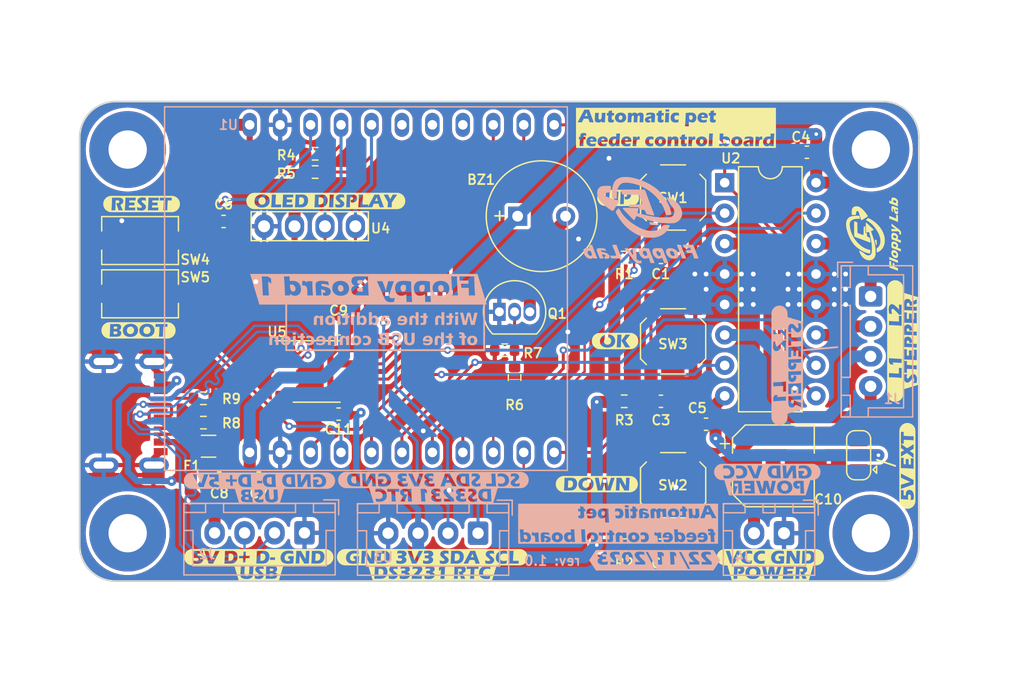
<source format=kicad_pcb>
(kicad_pcb (version 20221018) (generator pcbnew)
  (title_block (title "Pet auto feeder control board") (date "2023-11-22") (rev "1.0"))
  (layers (0 "F.Cu" signal) (31 "B.Cu" signal) (34 "B.Paste" user) (35 "F.Paste" user) (36 "B.SilkS" user "B.Silkscreen") (37 "F.SilkS" user "F.Silkscreen") (38 "B.Mask" user) (39 "F.Mask" user) (44 "Edge.Cuts" user))
  (net 0 "")
  (net 1 "+5V")
  (net 2 "/buzzer_-")
  (net 3 "/BUTTON_+")
  (net 4 "GND")
  (net 5 "/BUTTON_-")
  (net 6 "/BUTTON_OK")
  (net 7 "/L293D_Power")
  (net 8 "/RESET")
  (net 9 "+3.3V")
  (net 10 "VCC")
  (net 11 "/VUSB")
  (net 12 "/L1A")
  (net 13 "/L1B")
  (net 14 "/L2A")
  (net 15 "/L2B")
  (net 16 "/D-")
  (net 17 "/D+")
  (net 18 "Net-(Q1-B)")
  (net 19 "/SCL")
  (net 20 "/SDA")
  (net 21 "/BUZZER")
  (net 22 "Net-(J3-CC2)")
  (net 23 "Net-(J3-CC1)")
  (net 24 "/BOOT0")
  (net 25 "/EN")
  (net 26 "/MOTOR_0")
  (net 27 "/MOTOR_1")
  (net 28 "/MOTOR_2")
  (net 29 "/MOTOR_3")
  (net 31 "/PA3{slash}RX2")
  (net 32 "/PA2{slash}TX2")
  (footprint "Resistor_SMD:R_0603_1608Metric" (layer "F.Cu") (at 134.3172 86.7802 180)
    (fp_text reference "R8")
    (fp_text value "5.1k")
  )
  (footprint "MountingHole:MountingHole_3.2mm_M3_Pad" (layer "F.Cu") (at 128 64)
    (fp_text reference "H3" hide)
    (fp_text value "MountingHole")
  )
  (footprint "Resistor_SMD:R_0603_1608Metric" (layer "F.Cu") (at 169.42 73)
    (fp_text reference "R1")
    (fp_text value "1k")
  )
  (footprint "Package_SO:SOP-8_3.9x4.9mm_P1.27mm" (layer "F.Cu") (at 143.766 82.513)
    (fp_text reference "U5")
    (fp_text value "CH340N")
  )
  (footprint "Jumper:SolderJumper-3_P1.3mm_Open_RoundedPad1.0x1.5mm" (layer "F.Cu") (at 188.978 89.5 90)
    (fp_text reference "JP1" hide)
    (fp_text value "Power selector")
  )
  (footprint "Resistor_SMD:R_0603_1608Metric" (layer "F.Cu") (at 134.3172 84.7482)
    (fp_text reference "R9")
    (fp_text value "5.1k")
  )
  (footprint "kibuzzard-655E598F" (layer "F.Cu") (at 138.94 98.007)
    (fp_text reference "kibuzzard-655E598F" hide)
    (fp_text value "G***" hide)
  )
  (footprint "kibuzzard-655E5BB9" (layer "F.Cu") (at 128.907 79.084)
    (fp_text reference "kibuzzard-655E5BB9" hide)
    (fp_text value "G***" hide)
  )
  (footprint "kibuzzard-655E59EA" (layer "F.Cu") (at 153.418 98.007)
    (fp_text reference "kibuzzard-655E59EA" hide)
    (fp_text value "G***" hide)
  )
  (footprint "Package_DIP:DIP-16_W7.62mm" (layer "F.Cu") (at 177.802 66.765)
    (fp_text reference "U2")
    (fp_text value "L293D")
  )
  (footprint "kibuzzard-655E59DB" (layer "F.Cu") (at 153.418 99.277)
    (fp_text reference "kibuzzard-655E59DB" hide)
    (fp_text value "G***" hide)
  )
  (footprint "_MIA:USB_C_304A-ACP16X" (layer "F.Cu") (at 126 86 -90)
    (fp_text reference "J3" hide)
    (fp_text value "USB-C_304A-ACP16X")
  )
  (footprint "Capacitor_SMD:C_0603_1608Metric" (layer "F.Cu") (at 176.247695 86.912742 180)
    (fp_text reference "C5")
    (fp_text value "1uF")
  )
  (footprint "kibuzzard-655E5B7A" (layer "F.Cu") (at 168.912 68.035)
    (fp_text reference "kibuzzard-655E5B7A" hide)
    (fp_text value "G***" hide)
  )
  (footprint "Resistor_SMD:R_0603_1608Metric" (layer "F.Cu") (at 169.42 85)
    (fp_text reference "R3")
    (fp_text value "1k")
  )
  (footprint "kibuzzard-655E5B87" (layer "F.Cu") (at 168.658 79.973)
    (fp_text reference "kibuzzard-655E5B87" hide)
    (fp_text value "G***" hide)
  )
  (footprint "Resistor_SMD:R_0603_1608Metric" (layer "F.Cu") (at 143.639 65.876)
    (fp_text reference "R5")
    (fp_text value "4.7k")
  )
  (footprint "LOGO" (layer "F.Cu") (at 190.228778 70.867068 90)
    (fp_text reference "G***" hide)
    (fp_text value "LOGO" hide)
  )
  (footprint "Buzzer_Beeper:MagneticBuzzer_PUI_AT-0927-TT-6-R" (layer "F.Cu") (at 160.53 69.559)
    (fp_text reference "BZ1")
    (fp_text value "Buzzer")
  )
  (footprint "kibuzzard-655E5B52" (layer "F.Cu") (at 193.296 79.973 90)
    (fp_text reference "kibuzzard-655E5B52" hide)
    (fp_text value "G***" hide)
  )
  (footprint "Capacitor_SMD:C_0603_1608Metric" (layer "F.Cu") (at 145.5948 78.957 180)
    (fp_text reference "C9")
    (fp_text value "100nF")
  )
  (footprint "Resistor_SMD:R_0603_1608Metric" (layer "F.Cu") (at 169.42 97)
    (fp_text reference "R2")
    (fp_text value "1k")
  )
  (footprint "Resistor_SMD:R_0603_1608Metric" (layer "F.Cu") (at 143.639 64.352)
    (fp_text reference "R4")
    (fp_text value "4.7k")
  )
  (footprint "kibuzzard-655E71CE" (layer "F.Cu") (at 144.528 68.289)
    (fp_text reference "kibuzzard-655E71CE" hide)
    (fp_text value "G***" hide)
  )
  (footprint "_MIA:SMD BUTTON 5.1x5.1" (layer "F.Cu") (at 173.5 92 90)
    (fp_text reference "SW2")
    (fp_text value "B_-")
  )
  (footprint "kibuzzard-655E5BC2" (layer "F.Cu") (at 129.161 68.543)
    (fp_text reference "kibuzzard-655E5BC2" hide)
    (fp_text value "G***" hide)
  )
  (footprint "kibuzzard-655E5B48" (layer "F.Cu") (at 192.026 79.973 90)
    (fp_text reference "kibuzzard-655E5B48" hide)
    (fp_text value "G***" hide)
  )
  (footprint "Capacitor_SMD:C_0603_1608Metric" (layer "F.Cu") (at 172.484 73)
    (fp_text reference "C1")
    (fp_text value "100nF")
  )
  (footprint "kibuzzard-655E5A8C" (layer "F.Cu") (at 181.612 99.277)
    (fp_text reference "kibuzzard-655E5A8C" hide)
    (fp_text value "G***" hide)
  )
  (footprint "Capacitor_SMD:C_0603_1608Metric" (layer "F.Cu") (at 135.638 91.403 180)
    (fp_text reference "C8")
    (fp_text value "10uF")
  )
  (footprint "Button_Switch_SMD:SW_Tactile_SPST_NO_Straight_CK_PTS636Sx25SMTRLFS" (layer "F.Cu") (at 129.034 76.036)
    (fp_text reference "SW5")
    (fp_text value "BOOT0")
  )
  (footprint "MountingHole:MountingHole_3.2mm_M3_Pad" (layer "F.Cu") (at 190 64)
    (fp_text reference "H4" hide)
    (fp_text value "MountingHole")
  )
  (footprint "Capacitor_SMD:C_0603_1608Metric" (layer "F.Cu") (at 172.468 97)
    (fp_text reference "C2")
    (fp_text value "100nF")
  )
  (footprint "kibuzzard-655E5ABC" (layer "F.Cu") (at 193.042 90.387 90)
    (fp_text reference "kibuzzard-655E5ABC" hide)
    (fp_text value "G***" hide)
  )
  (footprint "_PSE:128x64OLED" (layer "F.Cu") (at 143 81)
    (fp_text reference "U4")
    (fp_text value "oled_0.96\"_128x64px")
  )
  (footprint "Resistor_SMD:R_0603_1608Metric" (layer "F.Cu") (at 159.447808 80.735531 180)
    (fp_text reference "R7")
    (fp_text value "100k")
  )
  (footprint "_MIA:SMD BUTTON 5.1x5.1" (layer "F.Cu") (at 173.5 68 90)
    (fp_text reference "SW1")
    (fp_text value "B_+")
  )
  (footprint "Package_TO_SOT_THT:TO-92_Inline" (layer "F.Cu") (at 159.006 77.539)
    (fp_text reference "Q1")
    (fp_text value "PN2222A")
  )
  (footprint "Button_Switch_SMD:SW_Tactile_SPST_NO_Straight_CK_PTS636Sx25SMTRLFS" (layer "F.Cu") (at 129.034 71.591 180)
    (fp_text reference "SW4")
    (fp_text value "RESET")
  )
  (footprint "Capacitor_SMD:C_0603_1608Metric" (layer "F.Cu") (at 184.66 64.225 180)
    (fp_text reference "C4")
    (fp_text value "100nF")
  )
  (footprint "kibuzzard-655E6C3A" (layer "F.Cu") (at 173.738 62.193)
    (fp_text reference "kibuzzard-655E6C3A" hide)
    (fp_text value "G***" hide)
  )
  (footprint "Resistor_SMD:R_0603_1608Metric" (layer "F.Cu") (at 160.276 83.021 90)
    (fp_text reference "R6")
    (fp_text value "1k")
  )
  (footprint "kibuzzard-655E5A9C" (layer "F.Cu") (at 181.612 98.007)
    (fp_text reference "kibuzzard-655E5A9C" hide)
    (fp_text value "G***" hide)
  )
  (footprint "Capacitor_SMD:C_0603_1608Metric" (layer "F.Cu") (at 172.484 85)
    (fp_text reference "C3")
    (fp_text value "100nF")
  )
  (footprint "Fuse:Fuse_1206_3216Metric_Pad1.42x1.75mm_HandSolder" (layer "F.Cu") (at 134.75 88.75)
    (fp_text reference "F1")
    (fp_text value "500mA")
  )
  (footprint "Capacitor_SMD:C_0603_1608Metric" (layer "F.Cu") (at 138.94 91.403)
    (fp_text reference "C7")
    (fp_text value "100nF")
  )
  (footprint "Capacitor_SMD:CP_Elec_6.3x7.7" (layer "F.Cu") (at 181.866 90.387)
    (fp_text reference "C10")
    (fp_text value "330uF")
  )
  (footprint "MountingHole:MountingHole_3.2mm_M3_Pad" (layer "F.Cu") (at 128 96)
    (fp_text reference "H1" hide)
    (fp_text value "MountingHole")
  )
  (footprint "MountingHole:MountingHole_3.2mm_M3_Pad" (layer "F.Cu") (at 190 96)
    (fp_text reference "H2" hide)
    (fp_text value "MountingHole")
  )
  (footprint "_MIA:SMD BUTTON 5.1x5.1" (layer "F.Cu") (at 173.5 80 90)
    (fp_text reference "SW3")
    (fp_text value "B_OK")
  )
  (footprint "Capacitor_SMD:C_0603_1608Metric" (layer "F.Cu") (at 136 70)
    (fp_text reference "C6")
    (fp_text value "100nF")
  )
  (footprint "kibuzzard-655E5B91" (layer "F.Cu") (at 167.134 91.911)
    (fp_text reference "kibuzzard-655E5B91" hide)
    (fp_text value "G***" hide)
  )
  (footprint "Capacitor_SMD:C_0603_1608Metric" (layer "F.Cu") (at 145.5948 86.069 180)
    (fp_text reference "C11")
    (fp_text value "100nF")
  )
  (footprint "kibuzzard-655E59BB" (layer "F.Cu") (at 138.94 99.277)
    (fp_text reference "kibuzzard-655E59BB" hide)
    (fp_text value "G***" hide)
  )
  (footprint "kibuzzard-655E6CD0" (layer "B.Cu") (at 181.358 90.895 180)
    (fp_text reference "kibuzzard-655E6CD0" hide)
    (fp_text value "G***" hide)
  )
  (footprint "Connector_JST:JST_XH_B4B-XH-A_1x04_P2.50mm_Vertical" (layer "B.Cu") (at 157.228 96 180)
    (fp_text reference "U3")
    (fp_text value "DS3231_RTC_MODULE")
  )
  (footprint "kibuzzard-655E59BB" (layer "B.Cu") (at 138.994428 92.892807 180)
    (fp_text reference "kibuzzard-655E59BB" hide)
    (fp_text value "G***" hide)
  )
  (footprint "kibuzzard-655E5A8C" (layer "B.Cu") (at 181.358 92.165 180)
    (fp_text reference "kibuzzard-655E5A8C" hide)
    (fp_text value "G***" hide)
  )
  (footprint "kibuzzard-655E59DB" (layer "B.Cu") (at 153.505923 92.83489 180)
    (fp_text reference "kibuzzard-655E59DB" hide)
    (fp_text value "G***" hide)
  )
  (footprint "Connector_JST:JST_XH_B4B-XH-A_1x04_P2.50mm_Vertical" (layer "B.Cu") (at 142.75 95.975 180)
    (fp_text reference "J2")
    (fp_text value "EXTERNAL USB-C")
  )
  (footprint "kibuzzard-655E6DEF" (layer "B.Cu") (at 138.994428 91.622807 180)
    (fp_text reference "kibuzzard-655E6DEF" hide)
    (fp_text value "G***" hide)
  )
  (footprint "kibuzzard-655E6B51" (layer "B.Cu") (at 148.084 75.655 180)
    (fp_text reference "kibuzzard-655E6B51" hide)
    (fp_text value "G***" hide)
  )
  (footprint "kibuzzard-655E6D66" (layer "B.Cu") (at 153.505923 91.56489 180)
    (fp_text reference "kibuzzard-655E6D66" hide)
    (fp_text value "G***" hide)
  )
  (footprint "Connector_JST:JST_XH_B4B-XH-A_1x04_P2.50mm_Vertical" (layer "B.Cu") (at 189.975 76.25 -90)
    (fp_text reference "J1")
    (fp_text value "STEPPER")
  )
  (footprint "LOGO" (layer "B.Cu") (at 170.517514 69.898911 180)
    (fp_text reference "G***" hide)
    (fp_text value "LOGO" hide)
  )
  (footprint "kibuzzard-655E5B52" (layer "B.Cu") (at 183.644 82.005 -90)
    (fp_text reference "kibuzzard-655E5B52" hide)
    (fp_text value "G***" hide)
  )
  (footprint "kibuzzard-655E6CF0" (layer "B.Cu") (at 182.374 82.005 -90)
    (fp_text reference "kibuzzard-655E6CF0" hide)
    (fp_text value "G***" hide)
  )
  (footprint "kibuzzard-655E6C5E" (layer "B.Cu") (at 171.96 98.261 180)
    (fp_text reference "kibuzzard-655E6C5E" hide)
    (fp_text value "G***" hide)
  )
  (footprint "kibuzzard-655E6C3A" (layer "B.Cu") (at 168.912 95.213 180)
    (fp_text reference "kibuzzard-655E6C3A" hide)
    (fp_text value "G***" hide)
  )
  (footprint "Connector_JST:JST_XH_B2B-XH-A_1x02_P2.50mm_Vertical" (layer "B.Cu") (at 182.75 96 180)
    (fp_text reference "J4")
    (fp_text value "POWER")
  )
  (footprint "_MIA:Floppy board v1.0" (layer "B.Cu") (at 138.178 61.939)
    (fp_text reference "U1")
    (fp_text value "Floppy_Board_v1.0")
  )
  (gr_line (start 157.736 76.925) (end 157.736 80.735) (stroke (width 0.15)) (layer "B.SilkS"))
  (gr_line (start 184.406 80.735) (end 187.2 80.481) (stroke (width 0.15)) (layer "B.SilkS"))
  (gr_line (start 157.736 80.735) (end 141.226 80.735) (stroke (width 0.15)) (layer "B.SilkS"))
  (gr_line (start 141.226 80.735) (end 141.226 76.925) (stroke (width 0.15)) (layer "B.SilkS"))
  (gr_line (start 190.502 89.879) (end 192.026 90.387) (stroke (width 0.15)) (layer "F.SilkS"))
  (gr_arc (start 124 63) (mid 124.87868 60.87868) (end 127 60) (stroke (width 0.15)) (layer "Edge.Cuts"))
  (gr_line (start 194 63) (end 194 97) (stroke (width 0.15)) (layer "Edge.Cuts"))
  (gr_arc (start 194 97) (mid 193.12132 99.12132) (end 191 100) (stroke (width 0.15)) (layer "Edge.Cuts"))
  (gr_line (start 124 97) (end 124 63) (stroke (width 0.15)) (layer "Edge.Cuts"))
  (gr_arc (start 127 100) (mid 124.87868 99.12132) (end 124 97) (stroke (width 0.15)) (layer "Edge.Cuts"))
  (gr_line (start 127 60) (end 191 60) (stroke (width 0.15)) (layer "Edge.Cuts"))
  (gr_arc (start 191 60) (mid 193.12132 60.87868) (end 194 63) (stroke (width 0.15)) (layer "Edge.Cuts"))
  (gr_line (start 127 100) (end 191 100) (stroke (width 0.15)) (layer "Edge.Cuts"))
  (gr_text "rev: 1.0" (at 165.864 98.769) (layer "B.SilkS") (effects (font (size 0.8 0.8) (thickness 0.15) bold) (justify left bottom mirror)))
  (gr_text "With the addition\nof the USB connection" (at 157.228 80.481) (layer "B.SilkS") (effects (font (size 1 1) (thickness 0.15) bold) (justify left bottom mirror)))
  (segment (start 186.692 66.765) (end 185.422 66.765) (width 1) (layer "F.Cu") (net 1))
  (segment (start 138.178 91.39) (end 138.165 91.403) (width 1) (layer "F.Cu") (net 1))
  (segment (start 185.435 64.225) (end 185.435 66.752) (width 1) (layer "F.Cu") (net 1))
  (segment (start 136.2375 88.75) (end 136.2375 91.2275) (width 1) (layer "F.Cu") (net 1))
  (segment (start 191.105 90.8) (end 192.28 89.625) (width 1) (layer "F.Cu") (net 1))
  (segment (start 138.178 89.264) (end 138.178 91.39) (width 1) (layer "F.Cu") (net 1))
  (segment (start 136.413 91.403) (end 138.165 91.403) (width 1) (layer "F.Cu") (net 1))
  (segment (start 192.28 72.353) (end 186.692 66.765) (width 1) (layer "F.Cu") (net 1))
  (segment (start 185.435 62.714) (end 185.435 64.225) (width 1) (layer "F.Cu") (net 1))
  (segment (start 136.2375 91.2275) (end 136.413 91.403) (width 1) (layer "F.Cu") (net 1))
  (segment (start 188.978 90.8) (end 191.105 90.8) (width 1) (layer "F.Cu") (net 1))
  (segment (start 192.28 89.625) (end 192.28 72.353) (width 1) (layer "F.Cu") (net 1))
  (segment (start 185.435 66.752) (end 185.422 66.765) (width 1) (layer "F.Cu") (net 1))
  (via (at 185.435 62.714) (size 0.8) (drill 0.3) (layers "F.Cu" "B.Cu") (net 1))
  (segment (start 185.435 62.714) (end 167.375 62.714) (width 1) (layer "B.Cu") (net 1))
  (segment (start 138.178 85.561) (end 140.718 83.021) (width 1) (layer "B.Cu") (net 1))
  (segment (start 144.274 83.021) (end 146.052 81.243) (width 1) (layer "B.Cu") (net 1))
  (segment (start 154.688 75.401) (end 160.53 69.559) (width 1) (layer "B.Cu") (net 1))
  (segment (start 167.375 62.714) (end 160.53 69.559) (width 1) (layer "B.Cu") (net 1))
  (segment (start 140.718 83.021) (end 144.274 83.021) (width 1) (layer "B.Cu") (net 1))
  (segment (start 146.052 81.243) (end 146.052 77.687) (width 1) (layer "B.Cu") (net 1))
  (segment (start 148.338 75.401) (end 154.688 75.401) (width 1) (layer "B.Cu") (net 1))
  (segment (start 138.178 89.264) (end 138.178 85.561) (width 1) (layer "B.Cu") (net 1))
  (segment (start 146.052 77.687) (end 148.338 75.401) (width 1) (layer "B.Cu") (net 1))
  (segment (start 164.53 69.877) (end 164.53 69.559) (width 1) (layer "F.Cu") (net 2))
  (segment (start 161.546 77.539) (end 161.546 72.861) (width 1) (layer "F.Cu") (net 2))
  (segment (start 161.546 72.861) (end 164.53 69.877) (width 1) (layer "F.Cu") (net 2))
  (segment (start 171.709 73) (end 171.709 71.159) (width 0.2) (layer "F.Cu") (net 3))
  (segment (start 166.118 82.513) (end 161.8 86.831) (width 0.2) (layer "F.Cu") (net 3))
  (segment (start 171.709 73) (end 170.245 73) (width 0.2) (layer "F.Cu") (net 3))
  (segment (start 158.498 87.847) (end 158.498 89.264) (width 0.2) (layer "F.Cu") (net 3))
  (segment (start 170.245 74.068) (end 170.245 73) (width 0.2) (layer "F.Cu") (net 3))
  (segment (start 167.388 76.925) (end 166.118 78.195) (width 0.2) (layer "F.Cu") (net 3))
  (segment (start 171.709 71.159) (end 171.65 71.1) (width 0.2) (layer "F.Cu") (net 3))
  (segment (start 171.65 71.1) (end 171.65 64.9) (width 0.2) (layer "F.Cu") (net 3))
  (segment (start 166.118 78.195) (end 166.118 82.513) (width 0.2) (layer "F.Cu") (net 3))
  (segment (start 161.8 86.831) (end 159.514 86.831) (width 0.2) (layer "F.Cu") (net 3))
  (segment (start 159.514 86.831) (end 158.498 87.847) (width 0.2) (layer "F.Cu") (net 3))
  (via (at 170.245 74.068) (size 0.61) (drill 0.3) (layers "F.Cu" "B.Cu") (net 3))
  (via (at 167.388 76.925) (size 0.61) (drill 0.3) (layers "F.Cu" "B.Cu") (net 3))
  (segment (start 170.245 74.068) (end 167.388 76.925) (width 0.2) (layer "B.Cu") (net 3))
  (segment (start 130.18 90.32) (end 130.18 89.775) (width 0.508) (layer "F.Cu") (net 4))
  (segment (start 130.18 89.775) (end 130.755 89.2) (width 0.508) (layer "F.Cu") (net 4))
  (segment (start 130.18 81.68) (end 130.18 82.225) (width 0.508) (layer "F.Cu") (net 4))
  (segment (start 130.18 82.225) (end 130.755 82.8) (width 0.508) (layer "F.Cu") (net 4))
  (via (at 180.1896 75.655) (size 0.8) (drill 0.4) (layers "F.Cu" "B.Cu") (net 4))
  (via (at 179.199 75.655) (size 0.8) (drill 0.4) (layers "F.Cu" "B.Cu") (net 4))
  (via (at 187.8858 75.655) (size 0.8) (drill 0.4) (layers "F.Cu" "B.Cu") (net 4))
  (via (at 184.025 75.655) (size 0.8) (drill 0.4) (layers "F.Cu" "B.Cu") (net 4))
  (via (at 173.738 92.165) (size 0.8) (drill 0.4) (layers "F.Cu" "B.Cu") (net 4))
  (via (at 183.0852 75.655) (size 0.8) (drill 0.4) (layers "F.Cu" "B.Cu") (net 4))
  (via (at 183.0852 74.385) (size 0.8) (drill 0.4) (layers "F.Cu" "B.Cu") (net 4))
  (via (at 186.946 75.655) (size 0.8) (drill 0.4) (layers "F.Cu" "B.Cu") (net 4))
  (via (at 152.656 87.466) (size 0.8) (drill 0.4) (layers "F.Cu" "B.Cu") (net 4))
  (via (at 154.815 92.419) (size 0.8) (drill 0.4) (layers "F.Cu" "B.Cu") (net 4))
  (via (at 127.51 69.94) (size 0.8) (drill 0.4) (layers "F.Cu" "B.Cu") (net 4))
  (via (at 187.8858 76.925) (size 0.8) (drill 0.4) (layers "F.Cu" "B.Cu") (net 4))
  (via (at 180.1896 74.385) (size 0.8) (drill 0.4) (layers "F.Cu" "B.Cu") (net 4))
  (via (at 138.686 75.02) (size 0.8) (drill 0.4) (layers "F.Cu" "B.Cu") (net 4))
  (via (at 187.8858 74.385) (size 0.8) (drill 0.4) (layers "F.Cu" "B.Cu") (net 4))
  (via (at 184.025 76.925) (size 0.8) (drill 0.4) (layers "F.Cu" "B.Cu") (net 4))
  (via (at 175.3128 74.385) (size 0.8) (drill 0.4) (layers "F.Cu" "B.Cu") (net 4))
  (via (at 180.1896 76.925) (size 0.8) (drill 0.4) (layers "F.Cu" "B.Cu") (net 4))
  (via (at 176.2526 75.655) (size 0.8) (drill 0.4) (layers "F.Cu" "B.Cu") (net 4))
  (via (at 168.15 64.733) (size 0.8) (drill 0.4) (layers "F.Cu" "B.Cu") (net 4))
  (via (at 184.025 74.385) (size 0.8) (drill 0.4) (layers "F.Cu" "B.Cu") (net 4))
  (via (at 183.0852 76.925) (size 0.8) (drill 0.4) (layers "F.Cu" "B.Cu") (net 4))
  (via (at 183.644 83.91) (size 0.8) (drill 0.4) (layers "F.Cu" "B.Cu") (net 4))
  (via (at 176.2526 74.385) (size 0.8) (drill 0.4) (layers "F.Cu" "B.Cu") (net 4))
  (via (at 186.946 76.925) (size 0.8) (drill 0.4) (layers "F.Cu" "B.Cu") (net 4))
  (via (at 165.61 71.464) (size 0.8) (drill 0.4) (layers "F.Cu" "B.Cu") (net 4))
  (via (at 186.946 74.385) (size 0.8) (drill 0.4) (layers "F.Cu" "B.Cu") (net 4))
  (via (at 164.721 79.211) (size 0.8) (drill 0.4) (layers "F.Cu" "B.Cu") (net 4))
  (via (at 179.199 74.385) (size 0.8) (drill 0.4) (layers "F.Cu" "B.Cu") (net 4))
  (via (at 179.199 76.925) (size 0.8) (drill 0.4) (layers "F.Cu" "B.Cu") (net 4))
  (segment (start 161.038 90.641) (end 161.038 89.264) (width 0.2) (layer "F.Cu") (net 5))
  (segment (start 171.693 97) (end 171.693 95.143) (width 0.2) (layer "F.Cu") (net 5))
  (segment (start 171.65 88.9) (end 171.65 95.1) (width 0.2) (layer "F.Cu") (net 5))
  (segment (start 170.245 97) (end 170.245 93.244) (width 0.2) (layer "F.Cu") (net 5))
  (segment (start 171.693 95.143) (end 171.65 95.1) (width 0.2) (layer "F.Cu") (net 5))
  (segment (start 161.8 91.403) (end 161.038 90.641) (width 0.2) (layer "F.Cu") (net 5))
  (segment (start 168.404 91.403) (end 161.8 91.403) (width 0.2) (layer "F.Cu") (net 5))
  (segment (start 170.245 97) (end 171.693 97) (width 0.2) (layer "F.Cu") (net 5))
  (segment (start 170.245 93.244) (end 168.404 91.403) (width 0.2) (layer "F.Cu") (net 5))
  (segment (start 167.241 89.264) (end 170.245 86.26) (width 0.25) (layer "F.Cu") (net 6))
  (segment (start 171.709 83.159) (end 171.65 83.1) (width 0.25) (layer "F.Cu") (net 6))
  (segment (start 170.245 86.26) (end 170.245 85) (width 0.25) (layer "F.Cu") (net 6))
  (segment (start 171.709 85) (end 171.709 83.159) (width 0.25) (layer "F.Cu") (net 6))
  (segment (start 171.65 76.9) (end 171.65 83.1) (width 0.25) (layer "F.Cu") (net 6))
  (segment (start 170.245 85) (end 171.709 85) (width 0.25) (layer "F.Cu") (net 6))
  (segment (start 163.578 89.264) (end 167.241 89.264) (width 0.25) (layer "F.Cu") (net 6))
  (segment (start 177.022695 86.912742) (end 177.022695 85.324305) (width 1) (layer "F.Cu") (net 7))
  (segment (start 190.627 89.5) (end 188.978 89.5) (width 1) (layer "F.Cu") (net 7))
  (segment (start 177.04 88.101) (end 177.04 86.930047) (width 1) (layer "F.Cu") (net 7))
  (segment (start 177.04 86.930047) (end 177.022695 86.912742) (width 1) (layer "F.Cu") (net 7))
  (segment (start 177.022695 85.324305) (end 177.802 84.545) (width 1) (layer "F.Cu") (net 7))
  (via (at 177.04 88.101) (size 0.8) (drill 0.3) (layers "F.Cu" "B.Cu") (net 7))
  (via (at 190.627 89.5) (size 0.8) (drill 0.3) (layers "F.Cu" "B.Cu") (net 7))
  (segment (start 178.439 89.5) (end 177.04 88.101) (width 1) (layer "B.Cu") (net 7))
  (segment (start 182.757 89.5) (end 178.439 89.5) (width 1) (layer "B.Cu") (net 7))
  (segment (start 190.627 89.5) (end 182.757 89.5) (width 1) (layer "B.Cu") (net 7))
  (segment (start 135.225 69.083) (end 136.146 68.162) (width 0.25) (layer "F.Cu") (net 8))
  (segment (start 132.909 71.591) (end 134.5 70) (width 0.25) (layer "F.Cu") (net 8))
  (segment (start 134.5 70) (end 135.225 70) (width 0.25) (layer "F.Cu") (net 8))
  (segment (start 135.225 70) (end 135.225 69.083) (width 0.25) (layer "F.Cu") (net 8))
  (via (at 136.146 68.162) (size 0.61) (drill 0.3) (layers "F.Cu" "B.Cu") (net 8))
  (segment (start 139.067 68.162) (end 143.258 63.971) (width 0.25) (layer "B.Cu") (net 8))
  (segment (start 136.146 68.162) (end 139.067 68.162) (width 0.25) (layer "B.Cu") (net 8))
  (segment (start 143.258 63.971) (end 143.258 61.939) (width 0.25) (layer "B.Cu") (net 8))
  (segment (start 141.92 70.4) (end 141.92 69.119) (width 1) (layer "F.Cu") (net 9))
  (segment (start 141.92 72.158) (end 141.92 70.4) (width 0.508) (layer "F.Cu") (net 9))
  (segment (start 129.923 68.797) (end 136.781 61.939) (width 1) (layer "F.Cu") (net 9))
  (segment (start 147.449 85.942) (end 147.322 86.069) (width 0.508) (layer "F.Cu") (net 9))
  (segment (start 168.595 73) (end 168.595 84.418) (width 1) (layer "F.Cu") (net 9))
  (segment (start 146.3698 86.069) (end 146.3698 84.4392) (width 0.508) (layer "F.Cu") (net 9))
  (segment (start 168.595 97) (end 167.143 97) (width 1) (layer "F.Cu") (net 9))
  (segment (start 168.023 85.053) (end 168.542 85.053) (width 1) (layer "F.Cu") (net 9))
  (segment (start 145.417 80.608) (end 144.909 81.116) (width 0.508) (layer "F.Cu") (net 9))
  (segment (start 127.383 76.036) (end 129.923 73.496) (width 1) (layer "F.Cu") (net 9))
  (segment (start 167.134 85.053) (end 168.023 85.053) (width 1) (layer "F.Cu") (net 9))
  (segment (start 144.909 81.116) (end 144.909 83.91) (width 0.508) (layer "F.Cu") (net 9))
  (segment (start 146.391 80.608) (end 145.417 80.608) (width 0.508) (layer "F.Cu") (net 9))
  (segment (start 125.159 76.036) (end 127.383 76.036) (width 1) (layer "F.Cu") (net 9))
  (segment (start 167.143 97) (end 167.134 96.991) (width 1) (layer "F.Cu") (net 9))
  (segment (start 138.178 61.939) (end 138.178 64.352) (width 0.508) (layer "F.Cu") (net 9))
  (segment (start 168.542 85.053) (end 168.595 85) (width 1) (layer "F.Cu") (net 9))
  (segment (start 142.814 65.876) (end 142.814 64.352) (width 1) (layer "F.Cu") (net 9))
  (segment (start 129.923 73.496) (end 129.923 68.797) (width 1) (layer "F.Cu") (net 9))
  (segment (start 146.3698 78.957) (end 146.3698 80.5868) (width 0.508) (layer "F.Cu") (net 9))
  (segment (start 168.023 85.053) (end 168.023 84.99) (width 1) (layer "F.Cu") (net 9))
  (segment (start 144.909 83.91) (end 145.417 84.418) (width 0.508) (layer "F.Cu") (net 9))
  (segment (start 141.92 69.119) (end 142.814 68.225) (width 1) (layer "F.Cu") (net 9))
  (segment (start 145.417 84.418) (end 146.391 84.418) (width 0.508) (layer "F.Cu") (net 9))
  (segment (start 147.322 86.069) (end 146.3698 86.069) (width 0.508) (layer "F.Cu") (net 9))
  (segment (start 139.702 65.876) (end 142.814 65.876) (width 0.508) (layer "F.Cu") (net 9))
  (segment (start 136.781 61.939) (end 138.178 61.939) (width 1) (layer "F.Cu") (net 9))
  (segment (start 146.3698 78.957) (end 146.3698 76.6078) (width 0.508) (layer "F.Cu") (net 9))
  (segment (start 138.178 64.352) (end 139.702 65.876) (width 0.508) (layer "F.Cu") (net 9))
  (segment (start 142.814 68.225) (end 142.814 64.352) (width 1) (layer "F.Cu") (net 9))
  (segment (start 168.023 84.99) (end 168.595 84.418) (width 1) (layer "F.Cu") (net 9))
  (segment (start 168.595 84.418) (end 168.595 85) (width 1) (layer "F.Cu") (net 9))
  (segment (start 146.3698 76.6078) (end 141.92 72.158) (width 0.508) (layer "F.Cu") (net 9))
  (via (at 147.449 85.942) (size 0.8) (drill 0.3) (layers "F.Cu" "B.Cu") (net 9))
  (via (at 167.134 96.991) (size 0.8) (drill 0.3) (layers "F.Cu" "B.Cu") (net 9))
  (via (at 167.134 85.053) (size 0.8) (drill 0.3) (layers "F.Cu" "B.Cu") (net 9))
  (segment (start 152.228 94.023) (end 150.37 92.165) (width 0.508) (layer "B.Cu") (net 9))
  (segment (start 166.118 98.007) (end 152.91 98.007) (width 1) (layer "B.Cu") (net 9))
  (segment (start 147.068 90.705895) (end 147.068 86.323) (width 0.508) (layer "B.Cu") (net 9))
  (segment (start 148.527105 92.165) (end 147.068 90.705895) (width 0.508) (layer "B.Cu") (net 9))
  (segment (start 152.228 97.325) (end 152.228 96) (width 1) (layer "B.Cu") (net 9))
  (segment (start 167.134 96.991) (end 167.134 85.053) (width 1) (layer "B.Cu") (net 9))
  (segment (start 147.068 86.323) (end 147.449 85.942) (width 0.508) (layer "B.Cu") (net 9))
  (segment (start 152.228 96) (end 152.228 94.023) (width 0.508) (layer "B.Cu") (net 9))
  (segment (start 150.37 92.165) (end 148.527105 92.165) (width 0.508) (layer "B.Cu") (net 9))
  (segment (start 167.134 96.991) (end 166.118 98.007) (width 1) (layer "B.Cu") (net 9))
  (segment (start 152.91 98.007) (end 152.228 97.325) (width 1) (layer "B.Cu") (net 9))
  (segment (start 179.166 92.513) (end 180.25 93.597) (width 1) (layer "F.Cu") (net 10))
  (segment (start 179.989 88.2) (end 179.166 89.023) (width 1) (layer "F.Cu") (net 10))
  (segment (start 179.166 90.387) (end 179.166 92.513) (width 1) (layer "F.Cu") (net 10))
  (segment (start 179.166 89.023) (end 179.166 90.387) (width 1) (layer "F.Cu") (net 10))
  (segment (start 180.25 93.597) (end 180.25 96) (width 1) (layer "F.Cu") (net 10))
  (segment (start 188.978 88.2) (end 179.989 88.2) (width 1) (layer "F.Cu") (net 10))
  (segment (start 135.25 95.975) (end 135.25 94.571) (width 1) (layer "F.Cu") (net 11))
  (segment (start 135.25 94.571) (end 133.2625 92.5835) (width 1) (layer "F.Cu") (net 11))
  (segment (start 133.2625 92.5835) (end 133.2625 88.75) (width 1) (layer "F.Cu") (net 11))
  (segment (start 130.755 88.4) (end 131.873 88.4) (width 0.508) (layer "F.Cu") (net 11))
  (segment (start 130.755 83.6) (end 131.757 83.6) (width 0.508) (layer "F.Cu") (net 11))
  (segment (start 131.873 88.4) (end 132.223 88.75) (width 0.508) (layer "F.Cu") (net 11))
  (segment (start 131.757 83.6) (end 132.082 83.275) (width 0.508) (layer "F.Cu") (net 11))
  (segment (start 131.6655 91.657) (end 132.223 91.0995) (width 0.508) (layer "F.Cu") (net 11))
  (segment (start 132.223 88.75) (end 133.2625 88.75) (width 0.508) (layer "F.Cu") (net 11))
  (segment (start 132.223 91.0995) (end 132.223 88.75) (width 0.508) (layer "F.Cu") (net 11))
  (via (at 131.6655 91.657) (size 0.8) (drill 0.3) (layers "F.Cu" "B.Cu") (net 11))
  (via (at 132.082 83.275) (size 0.8) (drill 0.3) (layers "F.Cu" "B.Cu") (net 11))
  (segment (start 128.018 90.895) (end 128.018 89.625) (width 0.508) (layer "B.Cu") (net 11))
  (segment (start 128.78 91.657) (end 128.018 90.895) (width 0.508) (layer "B.Cu") (net 11))
  (segment (start 128.018 89.625) (end 127.256 88.863) (width 0.508) (layer "B.Cu") (net 11))
  (segment (start 127.256 88.863) (end 127.256 85.053) (width 0.508) (layer "B.Cu") (net 11))
  (segment (start 127.256 85.053) (end 128.272 84.037) (width 0.508) (layer "B.Cu") (net 11))
  (segment (start 128.272 84.037) (end 131.32 84.037) (width 0.508) (layer "B.Cu") (net 11))
  (segment (start 131.6655 91.657) (end 128.78 91.657) (width 0.508) (layer "B.Cu") (net 11))
  (segment (start 131.32 84.037) (end 132.082 83.275) (width 0.508) (layer "B.Cu") (net 11))
  (segment (start 181.5352 85.2556) (end 182.6026 86.323) (width 1) (layer "F.Cu") (net 12))
  (segment (start 182.6026 86.323) (end 188.724 86.323) (width 1) (layer "F.Cu") (net 12))
  (segment (start 188.724 86.323) (end 189.975 85.072) (width 1) (layer "F.Cu") (net 12))
  (segment (start 180.0372 71.845) (end 181.5352 73.343) (width 1) (layer "F.Cu") (net 12))
  (segment (start 189.975 85.072) (end 189.975 83.75) (width 1) (layer "F.Cu") (net 12))
  (segment (start 181.5352 73.343) (end 181.5352 85.2556) (width 1) (layer "F.Cu") (net 12))
  (segment (start 177.802 71.845) (end 180.0372 71.845) (width 1) (layer "F.Cu") (net 12))
  (segment (start 186.438 86.323) (end 187.708 85.053) (width 1) (layer "B.Cu") (net 13))
  (segment (start 183.898 86.323) (end 186.438 86.323) (width 1) (layer "B.Cu") (net 13))
  (segment (start 188.463 81.25) (end 189.975 81.25) (width 1) (layer "B.Cu") (net 13))
  (segment (start 177.802 79.465) (end 180.596 79.465) (width 1) (layer "B.Cu") (net 13))
  (segment (start 180.596 79.465) (end 182.12 80.989) (width 1) (layer "B.Cu") (net 13))
  (segment (start 182.12 80.989) (end 182.12 84.545) (width 1) (layer "B.Cu") (net 13))
  (segment (start 182.12 84.545) (end 183.898 86.323) (width 1) (layer "B.Cu") (net 13))
  (segment (start 187.708 82.005) (end 188.463 81.25) (width 1) (layer "B.Cu") (net 13))
  (segment (start 187.708 85.053) (end 187.708 82.005) (width 1) (layer "B.Cu") (net 13))
  (segment (start 185.422 79.465) (end 187.2 79.465) (width 1) (layer "F.Cu") (net 14))
  (segment (start 187.2 79.465) (end 187.915 78.75) (width 1) (layer "F.Cu") (net 14))
  (segment (start 187.915 78.75) (end 189.975 78.75) (width 1) (layer "F.Cu") (net 14))
  (segment (start 189.975 74.112) (end 189.975 76.25) (width 1) (layer "F.Cu") (net 15))
  (segment (start 185.422 71.845) (end 187.708 71.845) (width 1) (layer "F.Cu") (net 15))
  (segment (start 187.708 71.845) (end 189.975 74.112) (width 1) (layer "F.Cu") (net 15))
  (segment (start 130.755 86.25) (end 131.52 86.25) (width 0.254) (layer "F.Cu") (net 16))
  (segment (start 141.666 81.878) (end 141.141 81.878) (width 0.2) (layer "F.Cu") (net 16))
  (segment (start 142.462199 81.468) (end 142.076 81.468) (width 0.2) (layer "F.Cu") (net 16))
  (segment (start 142.076 81.468) (end 141.666 81.878) (width 0.2) (layer "F.Cu") (net 16))
  (segment (start 142.78182 81.148379) (end 142.462199 81.468) (width 0.2) (layer "F.Cu") (net 16))
  (segment (start 131.517 85.25) (end 130.755 85.25) (width 0.254) (layer "F.Cu") (net 16))
  (segment (start 129.309968 85.25) (end 130.755 85.25) (width 0.254) (layer "F.Cu") (net 16))
  (segment (start 131.657 86.113) (end 131.657 85.39) (width 0.254) (layer "F.Cu") (net 16))
  (segment (start 131.657 85.39) (end 131.517 85.25) (width 0.254) (layer "F.Cu") (net 16))
  (segment (start 131.52 86.25) (end 131.657 86.113) (width 0.254) (layer "F.Cu") (net 16))
  (segment (start 129.302832 85.257136) (end 129.309968 85.25) (width 0.254) (layer "F.Cu") (net 16))
  (segment (start 143.036379 81.148379) (end 142.78182 81.148379) (width 0.2) (layer "F.Cu") (net 16))
  (via (at 129.302832 85.257136) (size 0.61) (drill 0.3) (layers "F.Cu" "B.Cu") (net 16))
  (via (at 143.036379 81.148379) (size 0.61) (drill 0.3) (layers "F.Cu" "B.Cu") (net 16))
  (segment (start 132.365 96.9572) (end 133.7668 98.359) (width 0.2) (layer "B.Cu") (net 16))
  (segment (start 128.8939 87.739) (end 130.3858 87.739) (width 0.2) (layer "B.Cu") (net 16))
  (segment (start 129.619136 85.257136) (end 129.782574 85.420574) (width 0.2) (layer "B.Cu") (net 16))
  (segment (start 132.365 89.7182) (end 132.365 96.9572) (width 0.2) (layer "B.Cu") (net 16))
  (segment (start 138.581618 78.705) (end 142.219382 78.705) (width 0.2) (layer "B.Cu") (net 16))
  (segment (start 131.866044 85.420574) (end 138.581618 78.705) (width 0.2) (layer "B.Cu") (net 16))
  (segment (start 130.3858 87.739) (end 132.365 89.7182) (width 0.2) (layer "B.Cu") (net 16))
  (segment (start 129.782574 85.420574) (end 131.866044 85.420574) (width 0.2) (layer "B.Cu") (net 16))
  (segment (start 143.070621 79.556239) (end 143.070621 81.114137) (width 0.2) (layer "B.Cu") (net 16))
  (segment (start 137.866 98.359) (end 140.25 95.975) (width 0.2) (layer "B.Cu") (net 16))
  (segment (start 129.302832 85.257136) (end 129.619136 85.257136) (width 0.2) (layer "B.Cu") (net 16))
  (segment (start 142.219382 78.705) (end 143.070621 79.556239) (width 0.2) (layer "B.Cu") (net 16))
  (segment (start 143.070621 81.114137) (end 143.036379 81.148379) (width 0.2) (layer "B.Cu") (net 16))
  (segment (start 128.763049 85.257136) (end 128.047 85.973185) (width 0.2) (layer "B.Cu") (net 16))
  (segment (start 133.7668 98.359) (end 137.866 98.359) (width 0.2) (layer "B.Cu") (net 16))
  (segment (start 128.047 86.8921) (end 128.8939 87.739) (width 0.2) (layer "B.Cu") (net 16))
  (segment (start 129.302832 85.257136) (end 128.763049 85.257136) (width 0.2) (layer "B.Cu") (net 16))
  (segment (start 128.047 85.973185) (end 128.047 86.8921) (width 0.2) (layer "B.Cu") (net 16))
  (segment (start 129.034 86.069) (end 129.669 86.069) (width 0.254) (layer "F.Cu") (net 17))
  (segment (start 129.796 85.942) (end 129.796 86.577) (width 0.254) (layer "F.Cu") (net 17))
  (segment (start 130.755 85.75) (end 129.988 85.75) (width 0.254) (layer "F.Cu") (net 17))
  (segment (start 142.463621 80.575621) (end 142.463621 80.83018) (width 0.2) (layer "F.Cu") (net 17))
  (segment (start 141.666 80.608) (end 141.141 80.608) (width 0.2) (layer "F.Cu") (net 17))
  (segment (start 142.275801 81.018) (end 142.076 81.018) (width 0.2) (layer "F.Cu") (net 17))
  (segment (start 129.669 86.069) (end 129.988 85.75) (width 0.254) (layer "F.Cu") (net 17))
  (segment (start 129.796 86.577) (end 129.969 86.75) (width 0.254) (layer "F.Cu") (net 17))
  (segment (start 129.988 85.75) (end 129.796 85.942) (width 0.254) (layer "F.Cu") (net 17))
  (segment (start 142.076 81.018) (end 141.666 80.608) (width 0.2) (layer "F.Cu") (net 17))
  (segment (start 142.463621 80.83018) (end 142.275801 81.018) (width 0.2) (layer "F.Cu") (net 17))
  (segment (start 129.969 86.75) (end 130.755 86.75) (width 0.254) (layer "F.Cu") (net 17))
  (via (at 142.463621 80.575621) (size 0.61) (drill 0.3) (layers "F.Cu" "B.Cu") (net 17))
  (via (at 129.034 86.069) (size 0.61) (drill 0.3) (layers "F.Cu" "B.Cu") (net 17))
  (segment (start 137.514 97.909) (end 137.75 97.673) (width 0.2) (layer "B.Cu") (net 17))
  (segment (start 134.586663 83.412723) (end 134.586663 83.412724) (width 0.2) (layer "B.Cu") (net 17))
  (segment (start 129.666503 86.069) (end 129.810929 85.924574) (width 0.2) (layer "B.Cu") (net 17))
  (segment (start 129.034 86.069) (end 129.666503 86.069) (width 0.2) (layer "B.Cu") (net 17))
  (segment (start 133.9532 97.909) (end 137.514 97.909) (width 0.2) (layer "B.Cu") (net 17))
  (segment (start 142.496 79.694382) (end 142.496 80.543242) (width 0.2) (layer "B.Cu") (net 17))
  (segment (start 134.162398 84.261252) (end 134.23587 84.334724) (width 0.2) (layer "B.Cu") (net 17))
  (segment (start 134.58666 83.836987) (end 134.586661 83.836987) (width 0.2) (layer "B.Cu") (net 17))
  (segment (start 132.074808 85.924574) (end 133.738132 84.261251) (width 0.2) (layer "B.Cu") (net 17))
  (segment (start 136.370247 81.629135) (end 136.370247 81.629131) (width 0.2) (layer "B.Cu") (net 17))
  (segment (start 128.497 86.7088) (end 129.1272 87.339) (width 0.2) (layer "B.Cu") (net 17))
  (segment (start 133.738132 84.261251) (end 133.738134 84.261252) (width 0.2) (layer "B.Cu") (net 17))
  (segment (start 133.115 92.268) (end 133.372836 92.268) (width 0.2) (layer "B.Cu") (net 17))
  (segment (start 142.010618 79.209) (end 142.496 79.694382) (width 0.2) (layer "B.Cu") (net 17))
  (segment (start 133.115 91.068) (end 133.372836 91.068) (width 0.2) (layer "B.Cu") (net 17))
  (segment (start 129.1272 87.339) (end 130.6222 87.339) (width 0.2) (layer "B.Cu") (net 17))
  (segment (start 132.815 96.7708) (end 133.9532 97.909) (width 0.2) (layer "B.Cu") (net 17))
  (segment (start 135.010927 83.412724) (end 135.084381 83.486178) (width 0.2) (layer "B.Cu") (net 17))
  (segment (start 135.43519 82.988457) (end 135.435191 82.988457) (width 0.2) (layer "B.Cu") (net 17))
  (segment (start 129.810929 85.924574) (end 132.074808 85.924574) (width 0.2) (layer "B.Cu") (net 17))
  (segment (start 134.586661 83.412721) (end 134.586663 83.412723) (width 0.2) (layer "B.Cu") (net 17))
  (segment (start 132.815 93.168) (end 132.815 96.7708) (width 0.2) (layer "B.Cu") (net 17))
  (segment (start 128.587585 86.069) (end 128.497 86.159585) (width 0.2) (layer "B.Cu") (net 17))
  (segment (start 130.6222 87.339) (end 132.815 89.5318) (width 0.2) (layer "B.Cu") (net 17))
  (segment (start 135.508645 83.061912) (end 135.43519 82.988457) (width 0.2) (layer "B.Cu") (net 17))
  (segment (start 128.497 86.159585) (end 128.497 86.7088) (width 0.2) (layer "B.Cu") (net 17))
  (segment (start 137.75 97.673) (end 137.75 95.975) (width 0.2) (layer "B.Cu") (net 17))
  (segment (start 133.372836 91.668) (end 133.115 91.668) (width 0.2) (layer "B.Cu") (net 17))
  (segment (start 129.034 86.069) (end 128.587585 86.069) (width 0.2) (layer "B.Cu") (net 17))
  (segment (start 135.508645 83.486178) (end 135.508646 83.486176) (width 0.2) (layer "B.Cu") (net 17))
  (segment (start 142.496 80.543242) (end 142.463621 80.575621) (width 0.2) (layer "B.Cu") (net 17))
  (segment (start 132.815 89.5318) (end 132.815 90.768) (width 0.2) (layer "B.Cu") (net 17))
  (segment (start 133.372836 92.868) (end 133.115 92.868) (width 0.2) (layer "B.Cu") (net 17))
  (segment (start 138.790382 79.209) (end 142.010618 79.209) (width 0.2) (layer "B.Cu") (net 17))
  (segment (start 135.508646 83.486176) (end 135.508645 83.486176) (width 0.2) (layer "B.Cu") (net 17))
  (segment (start 134.660134 84.334724) (end 134.660133 84.334724) (width 0.2) (layer "B.Cu") (net 17))
  (segment (start 134.660133 83.91046) (end 134.58666 83.836987) (width 0.2) (layer "B.Cu") (net 17))
  (segment (start 136.370247 81.629131) (end 138.790382 79.209) (width 0.2) (layer "B.Cu") (net 17))
  (segment (start 135.435191 82.564191) (end 136.370247 81.629135) (width 0.2) (layer "B.Cu") (net 17))
  (arc (start 135.084381 83.486178) (mid 135.296513 83.574046) (end 135.508645 83.486178) (width 0.2) (layer "B.Cu") (net 17))
  (arc (start 133.672836 91.368) (mid 133.584968 91.580132) (end 133.372836 91.668) (width 0.2) (layer "B.Cu") (net 17))
  (arc (start 133.115 92.868) (mid 132.902868 92.955868) (end 132.815 93.168) (width 0.2) (layer "B.Cu") (net 17))
  (arc (start 132.815 90.768) (mid 132.902868 90.980132) (end 133.115 91.068) (width 0.2) (layer "B.Cu") (net 17))
  (arc (start 135.435191 82.988457) (mid 135.347322 82.776325) (end 135.435191 82.564191) (width 0.2) (layer "B.Cu") (net 17))
  (arc (start 134.23587 84.334724) (mid 134.448002 84.422592) (end 134.660134 84.334724) (width 0.2) (layer "B.Cu") (net 17))
  (arc (start 133.372836 91.068) (mid 133.584968 91.155868) (end 133.672836 91.368) (width 0.2) (layer "B.Cu") (net 17))
  (arc (start 134.586663 83.412724) (mid 134.798795 83.324856) (end 135.010927 83.412724) (width 0.2) (layer "B.Cu") (net 17))
  (arc (start 133.372836 92.268) (mid 133.584968 92.355868) (end 133.672836 92.568) (width 0.2) (layer "B.Cu") (net 17))
  (arc (start 132.815 91.968) (mid 132.902868 92.180132) (end 133.115 92.268) (width 0.2) (layer "B.Cu") (net 17))
  (arc (start 133.738134 84.261252) (mid 133.950266 84.173384) (end 134.162398 84.261252) (width 0.2) (layer "B.Cu") (net 17))
  (arc (start 134.660133 84.334724) (mid 134.748001 84.122592) (end 134.660133 83.91046) (width 0.2) (layer "B.Cu") (net 17))
  (arc (start 133.672836 92.568) (mid 133.584968 92.780132) (end 133.372836 92.868) (width 0.2) (layer "B.Cu") (net 17))
  (arc (start 134.586661 83.836987) (mid 134.498792 83.624855) (end 134.586661 83.412721) (width 0.2) (layer "B.Cu") (net 17))
  (arc (start 135.508645 83.486176) (mid 135.596513 83.274044) (end 135.508645 83.061912) (width 0.2) (layer "B.Cu") (net 17))
  (arc (start 133.115 91.668) (mid 132.902868 91.755868) (end 132.815 91.968) (width 0.2) (layer "B.Cu") (net 17))
  (segment (start 160.276 80.732339) (end 160.276 77.539) (width 0.25) (layer "F.Cu") (net 18))
  (segment (start 160.276 80.738723) (end 160.272808 80.735531) (width 0.25) (layer "F.Cu") (net 18))
  (segment (start 160.272808 80.735531) (end 160.276 80.732339) (width 0.25) (layer "F.Cu") (net 18))
  (segment (start 160.276 82.196) (end 160.276 80.738723) (width 0.25) (layer "F.Cu") (net 18))
  (segment (start 147.83 75.401) (end 144.46 72.031) (width 0.25) (layer "F.Cu") (net 19))
  (segment (start 145.798 63.59) (end 145.036 64.352) (width 0.25) (layer "F.Cu") (net 19))
  (segment (start 144.46 72.031) (end 144.46 70.4) (width 0.25) (layer "F.Cu") (net 19))
  (segment (start 147.83 78.449) (end 147.83 75.401) (width 0.25) (layer "F.Cu") (net 19))
  (segment (start 145.036 64.352) (end 144.464 64.352) (width 0.25) (layer "F.Cu") (net 19))
  (segment (start 150.37 79.719) (end 149.1 79.719) (width 0.25) (layer "F.Cu") (net 19))
  (segment (start 145.798 61.939) (end 145.798 63.59) (width 0.25) (layer "F.Cu") (net 19))
  (segment (start 149.1 79.719) (end 147.83 78.449) (width 0.25) (layer "F.Cu") (net 19))
  (via (at 150.37 79.719) (size 0.61) (drill 0.3) (layers "F.Cu" "B.Cu") (net 19))
  (segment (start 150.37 83.783) (end 154.688 88.101) (width 0.25) (layer "B.Cu") (net 19))
  (segment (start 157.228 93.435) (end 157.228 96) (width 0.25) (layer "B.Cu") (net 19))
  (segment (start 144.46 68.0395) (end 144.46 70.4) (width 0.25) (layer "B.Cu") (net 19))
  (segment (start 145.798 61.939) (end 145.798 66.7015) (width 0.25) (layer "B.Cu") (net 19))
  (segment (start 150.37 79.719) (end 150.37 83.783) (width 0.25) (layer "B.Cu") (net 19))
  (segment (start 154.688 90.895) (end 157.228 93.435) (width 0.25) (layer "B.Cu") (net 19))
  (segment (start 145.798 66.7015) (end 144.46 68.0395) (width 0.25) (layer "B.Cu") (net 19))
  (segment (start 154.688 88.101) (end 154.688 90.895) (width 0.25) (layer "B.Cu") (net 19))
  (segment (start 147 71.777) (end 147 70.4) (width 0.25) (layer "F.Cu") (net 20))
  (segment (start 147 65.876) (end 144.464 65.876) (width 0.25) (layer "F.Cu") (net 20))
  (segment (start 148.338 61.939) (end 148.338 64.538) (width 0.25) (layer "F.Cu") (net 20))
  (segment (start 148.338 64.538) (end 147 65.876) (width 0.25) (layer "F.Cu") (net 20))
  (segment (start 149.354 78.449) (end 149.354 74.131) (width 0.25) (layer "F.Cu") (net 20))
  (segment (start 149.354 74.131) (end 147 71.777) (width 0.25) (layer "F.Cu") (net 20))
  (via (at 149.354 78.449) (size 0.61) (drill 0.3) (layers "F.Cu" "B.Cu") (net 20))
  (segment (start 152.148 88.355) (end 152.148 91.149) (width 0.25) (layer "B.Cu") (net 20))
  (segment (start 147 68.23) (end 147 70.4) (width 0.25) (layer "B.Cu") (net 20))
  (segment (start 154.728 93.729) (end 154.728 96) (width 0.25) (layer "B.Cu") (net 20))
  (segment (start 148.338 66.892) (end 147 68.23) (width 0.25) (layer "B.Cu") (net 20))
  (segment (start 148.338 61.939) (end 148.338 66.892) (width 0.25) (layer "B.Cu") (net 20))
  (segment (start 152.148 91.149) (end 154.728 93.729) (width 0.25) (layer "B.Cu") (net 20))
  (segment (start 149.354 78.449) (end 149.354 85.561) (width 0.25) (layer "B.Cu") (net 20))
  (segment (start 149.354 85.561) (end 152.148 88.355) (width 0.25) (layer "B.Cu") (net 20))
  (segment (start 153.418 87.593) (end 153.418 89.264) (width 0.25) (layer "F.Cu") (net 21))
  (segment (start 157.165 83.846) (end 153.418 87.593) (width 0.25) (layer "F.Cu") (net 21))
  (segment (start 160.276 83.846) (end 157.165 83.846) (width 0.25) (layer "F.Cu") (net 21))
  (segment (start 131.6202 87.75) (end 132.59 86.7802) (width 0.25) (layer "F.Cu") (net 22))
  (segment (start 130.755 87.75) (end 131.6202 87.75) (width 0.25) (layer "F.Cu") (net 22))
  (segment (start 133.479 86.4886) (end 133.4922 86.5018) (width 0.25) (layer "F.Cu") (net 22))
  (segment (start 132.59 86.7802) (end 133.4922 86.7802) (width 0.25) (layer "F.Cu") (net 22))
  (segment (start 133.4922 86.5018) (end 133.4922 86.7802) (width 0.25) (layer "F.Cu") (net 22))
  (segment (start 130.755 84.75) (end 132.4612 84.75) (width 0.254) (layer "F.Cu") (net 23))
  (segment (start 132.4612 84.75) (end 132.463 84.7482) (width 0.254) (layer "F.Cu") (net 23))
  (segment (start 132.463 84.7482) (end 133.4922 84.7482) (width 0.254) (layer "F.Cu") (net 23))
  (segment (start 132.875 78.48) (end 132.875 76.07) (width 0.25) (layer "F.Cu") (net 24))
  (segment (start 141.48 87.085) (end 132.875 78.48) (width 0.25) (layer "F.Cu") (net 24))
  (segment (start 132.875 76.07) (end 132.909 76.036) (width 0.25) (layer "F.Cu") (net 24))
  (via (at 141.48 87.085) (size 0.61) (drill 0.3) (layers "F.Cu" "B.Cu") (net 24))
  (segment (start 145.798 87.847) (end 145.036 87.085) (width 0.25) (layer "B.Cu") (net 24))
  (segment (start 145.036 87.085) (end 141.48 87.085) (width 0.25) (layer "B.Cu") (net 24))
  (segment (start 145.798 89.264) (end 145.798 87.847) (width 0.25) (layer "B.Cu") (net 24))
  (segment (start 177.802 63.463) (end 177.802 66.765) (width 0.25) (layer "F.Cu") (net 25))
  (segment (start 163.578 61.939) (end 176.278 61.939) (width 0.25) (layer "F.Cu") (net 25))
  (segment (start 176.278 61.939) (end 177.802 63.463) (width 0.25) (layer "F.Cu") (net 25))
  (segment (start 185.422 84.545) (end 182.3602 81.4832) (width 0.25) (layer "F.Cu") (net 25))
  (segment (start 182.3602 71.3232) (end 177.802 66.765) (width 0.25) (layer "F.Cu") (net 25))
  (segment (start 182.3602 81.4832) (end 182.3602 71.3232) (width 0.25) (layer "F.Cu") (net 25))
  (segment (start 144.782 87.339) (end 143.258 88.863) (width 0.25) (layer "F.Cu") (net 26))
  (segment (start 143.258 88.863) (end 143.258 89.264) (width 0.25) (layer "F.Cu") (net 26))
  (segment (start 147.322 87.339) (end 144.782 87.339) (width 0.25) (layer "F.Cu") (net 26))
  (segment (start 154.688 80.735) (end 153.926 80.735) (width 0.25) (layer "F.Cu") (net 26))
  (segment (start 153.926 80.735) (end 147.322 87.339) (width 0.25) (layer "F.Cu") (net 26))
  (via (at 154.688 80.735) (size 0.61) (drill 0.3) (layers "F.Cu" "B.Cu") (net 26))
  (segment (start 173.23 69.305) (end 177.802 69.305) (width 0.25) (layer "B.Cu") (net 26))
  (segment (start 154.688 80.735) (end 161.8 80.735) (width 0.25) (layer "B.Cu") (net 26))
  (segment (start 161.8 80.735) (end 173.23 69.305) (width 0.25) (layer "B.Cu") (net 26))
  (segment (start 153.164 82.767) (end 148.338 87.593) (width 0.25) (layer "F.Cu") (net 27))
  (segment (start 154.18 82.767) (end 153.164 82.767) (width 0.25) (layer "F.Cu") (net 27))
  (segment (start 148.338 87.593) (end 148.338 89.264) (width 0.25) (layer "F.Cu") (net 27))
  (via (at 154.18 82.767) (size 0.61) (drill 0.3) (layers "F.Cu" "B.Cu") (net 27))
  (segment (start 154.18 82.767) (end 175.262 82.767) (width 0.25) (layer "B.Cu") (net 27))
  (segment (start 175.262 82.767) (end 176.024 82.005) (width 0.25) (layer "B.Cu") (net 27))
  (segment (start 176.024 82.005) (end 177.802 82.005) (width 0.25) (layer "B.Cu") (net 27))
  (segment (start 150.878 87.847) (end 150.878 89.264) (width 0.25) (layer "F.Cu") (net 28))
  (segment (start 156.974 81.751) (end 150.878 87.847) (width 0.25) (layer "F.Cu") (net 28))
  (via (at 156.974 81.751) (size 0.61) (drill 0.3) (layers "F.Cu" "B.Cu") (net 28))
  (segment (start 169.166 81.751) (end 172.722 78.195) (width 0.25) (layer "B.Cu") (net 28))
  (segment (start 181.612 78.195) (end 185.422 82.005) (width 0.25) (layer "B.Cu") (net 28))
  (segment (start 172.722 78.195) (end 181.612 78.195) (width 0.25) (layer "B.Cu") (net 28))
  (segment (start 156.974 81.751) (end 169.166 81.751) (width 0.25) (layer "B.Cu") (net 28))
  (segment (start 164.34 80.735) (end 164.34 82.259) (width 0.25) (layer "F.Cu") (net 29))
  (segment (start 158.498 85.307) (end 155.958 87.847) (width 0.25) (layer "F.Cu") (net 29))
  (segment (start 164.34 82.259) (end 161.292 85.307) (width 0.25) (layer "F.Cu") (net 29))
  (segment (start 161.292 85.307) (end 158.498 85.307) (width 0.25) (layer "F.Cu") (net 29))
  (segment (start 155.958 87.847) (end 155.958 89.264) (width 0.25) (layer "F.Cu") (net 29))
  (via (at 164.34 80.735) (size 0.61) (drill 0.3) (layers "F.Cu" "B.Cu") (net 29))
  (segment (start 166.372 80.735) (end 176.532 70.575) (width 0.25) (layer "B.Cu") (net 29))
  (segment (start 182.628 70.575) (end 183.898 69.305) (width 0.25) (layer "B.Cu") (net 29))
  (segment (start 183.898 69.305) (end 185.422 69.305) (width 0.25) (layer "B.Cu") (net 29))
  (segment (start 176.532 70.575) (end 182.628 70.575) (width 0.25) (layer "B.Cu") (net 29))
  (segment (start 164.34 80.735) (end 166.372 80.735) (width 0.25) (layer "B.Cu") (net 29))
  (segment (start 149.735 83.148) (end 146.391 83.148) (width 0.25) (layer "F.Cu") (net 31))
  (segment (start 154.688 69.686) (end 154.688 78.195) (width 0.25) (layer "F.Cu") (net 31))
  (segment (start 161.038 63.336) (end 154.688 69.686) (width 0.25) (layer "F.Cu") (net 31))
  (segment (start 161.038 61.939) (end 161.038 63.336) (width 0.25) (layer "F.Cu") (net 31))
  (segment (start 154.688 78.195) (end 149.735 83.148) (width 0.25) (layer "F.Cu") (net 31))
  (segment (start 158.498 63.336) (end 158.498 61.939) (width 0.25) (layer "F.Cu") (net 32))
  (segment (start 153.418 68.416) (end 158.498 63.336) (width 0.25) (layer "F.Cu") (net 32))
  (segment (start 149.227 81.878) (end 153.418 77.687) (width 0.25) (layer "F.Cu") (net 32))
  (segment (start 153.418 77.687) (end 153.418 68.416) (width 0.25) (layer "F.Cu") (net 32))
  (segment (start 146.391 81.878) (end 149.227 81.878) (width 0.25) (layer "F.Cu") (net 32))
  (zone (net 0) (net_name "") (layer "F.Cu") (connect_pads (clearance 0)) (min_thickness 0.25)
    (keepout (tracks allowed) (vias allowed) (pads allowed) (copperpour not_allowed) (footprints allowed))
    (fill (thermal_gap 0.5) (thermal_bridge_width 0.5))
    (polygon (pts (xy 130.304 85.815) (xy 132.082 85.815) (xy 132.082 87.593) (xy 130.304 87.593)))
  )
  (zone (net 11) (net_name "/VUSB") (layer "F.Cu") (priority 2) (connect_pads yes (clearance 0.5)) (min_thickness 0.25) (fill yes (thermal_gap 0.5) (thermal_bridge_width 0.5))
    (polygon (pts (xy 132.209 88.736) (xy 133.225 88.736) (xy 133.225 92.038) (xy 131.701 91.657) (xy 132.209 91.149)))
  )
  (zone (net 4) (net_name "GND") (layer "F.Cu") (priority 1) (connect_pads yes (clearance 0.3)) (min_thickness 0.25) (fill yes (thermal_gap 0.5) (thermal_bridge_width 0.5))
    (polygon (pts (xy 176.4812 73.115) (xy 186.8444 73.115) (xy 186.9206 78.2966) (xy 176.4558 78.322)))
  )
  (zone (net 0) (net_name "") (layer "F.Cu") (connect_pads (clearance 0)) (min_thickness 0.25)
    (keepout (tracks allowed) (vias allowed) (pads allowed) (copperpour not_allowed) (footprints allowed))
    (fill (thermal_gap 0.5) (thermal_bridge_width 0.5))
    (polygon (pts (xy 144.9852 79.465) (xy 146.7632 79.465) (xy 146.7632 81.243) (xy 144.9852 81.243)))
  )
  (zone (net 0) (net_name "") (layer "F.Cu") (connect_pads (clearance 0)) (min_thickness 0.25)
    (keepout (tracks allowed) (vias allowed) (pads allowed) (copperpour not_allowed) (footprints allowed))
    (fill (thermal_gap 0.5) (thermal_bridge_width 0.5))
    (polygon (pts (xy 133.86 89.371) (xy 135.638 89.371) (xy 135.638 91.149) (xy 133.86 91.149)))
  )
  (zone (net 0) (net_name "") (layer "F.Cu") (connect_pads (clearance 0)) (min_thickness 0.25)
    (keepout (tracks allowed) (vias allowed) (pads allowed) (copperpour not_allowed) (footprints allowed))
    (fill (thermal_gap 0.5) (thermal_bridge_width 0.5))
    (polygon (pts (xy 133.86 87.085) (xy 135.638 87.085) (xy 135.638 88.863) (xy 133.86 88.863)))
  )
  (zone (net 4) (net_name "GND") (layers "F&B.Cu") (connect_pads (clearance 0.3)) (min_thickness 0.25) (fill yes (thermal_gap 0.35) (thermal_bridge_width 0.35))
    (polygon (pts (xy 117.35 51.525) (xy 117.35 108.675) (xy 199.9 108.675) (xy 199.9 51.525)))
  )
)
</source>
